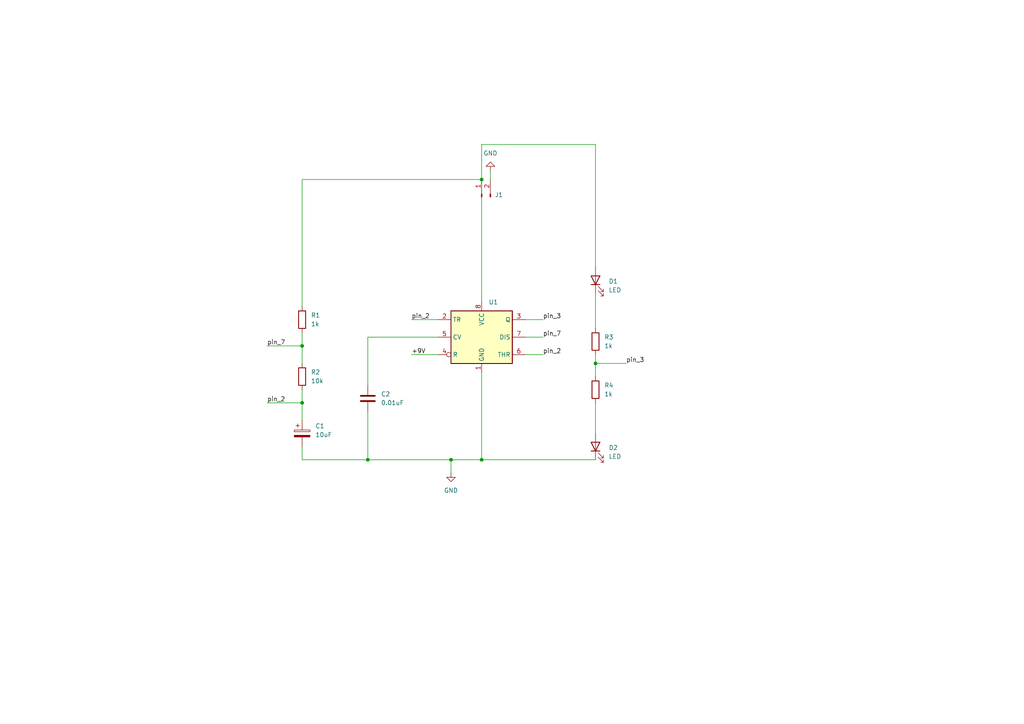
<source format=kicad_sch>
(kicad_sch (version 20211123) (generator eeschema)
  (paper "A4")
  (lib_symbols
    (symbol "Connector:Conn_01x02_Male" (pin_names (offset 1.016) hide)
      (property "Reference" "J" (at 0 2.54 0))
      (property "Value" "Conn_01x02_Male" (at 0 -5.08 0))
      (symbol "Conn_01x02_Male_1_1"
        (polyline (pts (xy 1.27 -2.54) (xy 0.8636 -2.54)) (stroke (width 0.1524)))
        (polyline (pts (xy 1.27 0) (xy 0.8636 0)) (stroke (width 0.1524)))
        (rectangle (start 0.8636 -2.413) (end 0 -2.667) (stroke (width 0.1524)) (fill (type outline)))
        (rectangle (start 0.8636 0.127) (end 0 -0.127) (stroke (width 0.1524)) (fill (type outline)))
        (pin passive line (at 5.08 0 180) (length 3.81) (name "Pin_1") (number "1"))
        (pin passive line (at 5.08 -2.54 180) (length 3.81) (name "Pin_2") (number "2"))
      )
    )
    (symbol "Device:C" (pin_numbers hide) (pin_names (offset 0.254))
      (property "Reference" "C" (at 0.635 2.54 0))
      (property "Value" "C" (at 0.635 -2.54 0))
      (symbol "C_0_1"
        (polyline (pts (xy -2.032 -0.762) (xy 2.032 -0.762)) (stroke (width 0.508)))
        (polyline (pts (xy -2.032 0.762) (xy 2.032 0.762)) (stroke (width 0.508)))
      )
      (symbol "C_1_1"
        (pin passive line (at 0 3.81 270) (length 2.794) (name "~") (number "1"))
        (pin passive line (at 0 -3.81 90) (length 2.794) (name "~") (number "2"))
      )
    )
    (symbol "Device:C_Polarized" (pin_numbers hide) (pin_names (offset 0.254))
      (property "Reference" "C" (at 0.635 2.54 0))
      (property "Value" "C_Polarized" (at 0.635 -2.54 0))
      (symbol "C_Polarized_0_1"
        (rectangle (start -2.286 0.508) (end 2.286 1.016))
        (polyline (pts (xy -1.778 2.286) (xy -0.762 2.286)))
        (polyline (pts (xy -1.27 2.794) (xy -1.27 1.778)))
        (rectangle (start 2.286 -0.508) (end -2.286 -1.016) (fill (type outline)))
      )
      (symbol "C_Polarized_1_1"
        (pin passive line (at 0 3.81 270) (length 2.794) (name "~") (number "1"))
        (pin passive line (at 0 -3.81 90) (length 2.794) (name "~") (number "2"))
      )
    )
    (symbol "Device:LED" (pin_numbers hide) (pin_names (offset 1.016) hide)
      (property "Reference" "D" (at 0 2.54 0))
      (property "Value" "LED" (at 0 -2.54 0))
      (symbol "LED_0_1"
        (polyline (pts (xy -1.27 -1.27) (xy -1.27 1.27)) (stroke (width 0.254)))
        (polyline (pts (xy -1.27 0) (xy 1.27 0)))
        (polyline (pts (xy 1.27 -1.27) (xy 1.27 1.27) (xy -1.27 0) (xy 1.27 -1.27)) (stroke (width 0.254)))
        (polyline (pts (xy -3.048 -0.762) (xy -4.572 -2.286) (xy -3.81 -2.286) (xy -4.572 -2.286) (xy -4.572 -1.524)))
        (polyline (pts (xy -1.778 -0.762) (xy -3.302 -2.286) (xy -2.54 -2.286) (xy -3.302 -2.286) (xy -3.302 -1.524)))
      )
      (symbol "LED_1_1"
        (pin passive line (at -3.81 0 0) (length 2.54) (name "K") (number "1"))
        (pin passive line (at 3.81 0 180) (length 2.54) (name "A") (number "2"))
      )
    )
    (symbol "Device:R" (pin_numbers hide) (pin_names (offset 0))
      (property "Reference" "R" (at 2.032 0 90))
      (property "Value" "R" (at 0 0 90))
      (symbol "R_0_1"
        (rectangle (start -1.016 -2.54) (end 1.016 2.54) (stroke (width 0.254)))
      )
      (symbol "R_1_1"
        (pin passive line (at 0 3.81 270) (length 1.27) (name "~") (number "1"))
        (pin passive line (at 0 -3.81 90) (length 1.27) (name "~") (number "2"))
      )
    )
    (symbol "Timer:NE555D"
      (property "Reference" "U" (at -10.16 8.89 0))
      (property "Value" "NE555D" (at 2.54 8.89 0))
      (symbol "NE555D_0_0"
        (pin power_in line (at 0 -10.16 90) (length 2.54) (name "GND") (number "1"))
        (pin power_in line (at 0 10.16 270) (length 2.54) (name "VCC") (number "8"))
      )
      (symbol "NE555D_0_1"
        (rectangle (start -8.89 -7.62) (end 8.89 7.62) (stroke (width 0.254)) (fill (type background)))
        (rectangle (start -8.89 -7.62) (end 8.89 7.62) (stroke (width 0.254)) (fill (type background)))
      )
      (symbol "NE555D_1_1"
        (pin input line (at -12.7 5.08 0) (length 3.81) (name "TR") (number "2"))
        (pin output line (at 12.7 5.08 180) (length 3.81) (name "Q") (number "3"))
        (pin input inverted (at -12.7 -5.08 0) (length 3.81) (name "R") (number "4"))
        (pin input line (at -12.7 0 0) (length 3.81) (name "CV") (number "5"))
        (pin input line (at 12.7 -5.08 180) (length 3.81) (name "THR") (number "6"))
        (pin input line (at 12.7 0 180) (length 3.81) (name "DIS") (number "7"))
      )
    )
    (symbol "power:GND" (power) (pin_names (offset 0))
      (property "Value" "GND" (at 0 -3.81 0))
      (symbol "GND_0_1"
        (polyline (pts (xy 0 0) (xy 0 -1.27) (xy 1.27 -1.27) (xy 0 -2.54) (xy -1.27 -1.27) (xy 0 -1.27)))
      )
      (symbol "GND_1_1"
        (pin power_in line (at 0 0 270) (length 0) hide (name "GND") (number "1"))
      )
    )
  )
  (junction (at 139.7 52.07))
  (junction (at 87.63 116.84))
  (junction (at 130.81 133.35))
  (junction (at 172.72 105.41))
  (junction (at 87.63 100.33))
  (junction (at 139.7 133.35))
  (junction (at 106.68 133.35))
  (wire (pts (xy 139.7 41.91) (xy 139.7 52.07)))
  (wire (pts (xy 119.38 102.87) (xy 127 102.87)))
  (wire (pts (xy 130.81 133.35) (xy 139.7 133.35)))
  (wire (pts (xy 87.63 113.03) (xy 87.63 116.84)))
  (wire (pts (xy 172.72 105.41) (xy 181.61 105.41)))
  (wire (pts (xy 139.7 133.35) (xy 172.72 133.35)))
  (wire (pts (xy 87.63 133.35) (xy 106.68 133.35)))
  (wire (pts (xy 172.72 116.84) (xy 172.72 125.73)))
  (wire (pts (xy 172.72 105.41) (xy 172.72 109.22)))
  (wire (pts (xy 172.72 41.91) (xy 172.72 77.47)))
  (wire (pts (xy 106.68 97.79) (xy 127 97.79)))
  (wire (pts (xy 152.4 102.87) (xy 157.48 102.87)))
  (wire (pts (xy 87.63 52.07) (xy 87.63 88.9)))
  (wire (pts (xy 87.63 116.84) (xy 87.63 121.92)))
  (wire (pts (xy 152.4 97.79) (xy 157.48 97.79)))
  (wire (pts (xy 172.72 85.09) (xy 172.72 95.25)))
  (wire (pts (xy 87.63 52.07) (xy 139.7 52.07)))
  (wire (pts (xy 87.63 100.33) (xy 87.63 105.41)))
  (wire (pts (xy 139.7 133.35) (xy 139.7 107.95)))
  (wire (pts (xy 172.72 102.87) (xy 172.72 105.41)))
  (wire (pts (xy 87.63 129.54) (xy 87.63 133.35)))
  (wire (pts (xy 77.47 116.84) (xy 87.63 116.84)))
  (wire (pts (xy 142.24 49.53) (xy 142.24 52.07)))
  (wire (pts (xy 139.7 52.07) (xy 139.7 87.63)))
  (wire (pts (xy 77.47 100.33) (xy 87.63 100.33)))
  (wire (pts (xy 130.81 133.35) (xy 106.68 133.35)))
  (wire (pts (xy 152.4 92.71) (xy 157.48 92.71)))
  (wire (pts (xy 119.38 92.71) (xy 127 92.71)))
  (wire (pts (xy 172.72 41.91) (xy 139.7 41.91)))
  (wire (pts (xy 106.68 133.35) (xy 106.68 119.38)))
  (wire (pts (xy 106.68 111.76) (xy 106.68 97.79)))
  (wire (pts (xy 87.63 96.52) (xy 87.63 100.33)))
  (wire (pts (xy 130.81 137.16) (xy 130.81 133.35)))
  (label "pin_3" (at 157.48 92.71 0))
  (label "+9V" (at 119.38 102.87 0))
  (label "pin_2" (at 157.48 102.87 0))
  (label "pin_2" (at 119.38 92.71 0))
  (label "pin_7" (at 157.48 97.79 0))
  (label "pin_7" (at 77.47 100.33 0))
  (label "pin_2" (at 77.47 116.84 0))
  (label "pin_3" (at 181.61 105.41 0))
  (symbol (lib_id "Device:R") (at 87.63 92.71 0) (unit 1)
    (property "Reference" "R1" (at 90.17 91.4399 0) (effects (justify left)))
    (property "Value" "1k" (at 90.17 93.9799 0) (effects (justify left)))
  )
  (symbol (lib_id "Timer:NE555D") (at 139.7 97.79 0) (unit 1)
    (property "Reference" "U1" (at 141.7194 87.63 0) (effects (justify left)))
    (property "Value" "NE555D" (effects hide))
    (property "Footprint" "Package_SO:SOIC-8_3.9x4.9mm_P1.27mm" (effects hide))
    (property "Datasheet" "http://www.ti.com/lit/ds/symlink/ne555.pdf" (effects hide))
  )
  (symbol (lib_id "Device:LED") (at 172.72 81.28 90) (unit 1)
    (property "Reference" "D1" (at 176.53 81.5974 90) (effects (justify right)))
    (property "Value" "LED" (at 176.53 84.1374 90) (effects (justify right)))
  )
  (symbol (lib_id "Device:C") (at 106.68 115.57 0) (unit 1)
    (property "Reference" "C2" (at 110.49 114.2999 0) (effects (justify left)))
    (property "Value" "0.01uF" (at 110.49 116.8399 0) (effects (justify left)))
  )
  (symbol (lib_id "Device:R") (at 172.72 113.03 0) (unit 1)
    (property "Reference" "R4" (at 175.26 111.7599 0) (effects (justify left)))
    (property "Value" "1k" (at 175.26 114.2999 0) (effects (justify left)))
  )
  (symbol (lib_id "Device:C_Polarized") (at 87.63 125.73 0) (unit 1)
    (property "Reference" "C1" (at 91.44 123.5709 0) (effects (justify left)))
    (property "Value" "10uF" (at 91.44 126.1109 0) (effects (justify left)))
  )
  (symbol (lib_id "Connector:Conn_01x02_Male") (at 139.7 57.15 90) (unit 1)
    (property "Reference" "J1" (at 143.51 56.5149 90) (effects (justify right)))
    (property "Value" "Conn_01x02_Male" (effects hide))
  )
  (symbol (lib_id "Device:R") (at 172.72 99.06 0) (unit 1)
    (property "Reference" "R3" (at 175.26 97.7899 0) (effects (justify left)))
    (property "Value" "1k" (at 175.26 100.3299 0) (effects (justify left)))
  )
  (symbol (lib_id "power:GND") (at 142.24 49.53 180) (unit 1)
    (property "Reference" "#PWR?" (effects hide))
    (property "Value" "GND" (at 142.24 44.45 0))
  )
  (symbol (lib_id "power:GND") (at 130.81 137.16 0) (unit 1)
    (property "Reference" "#PWR?" (effects hide))
    (property "Value" "GND" (at 130.81 142.24 0))
  )
  (symbol (lib_id "Device:LED") (at 172.72 129.54 90) (unit 1)
    (property "Reference" "D2" (at 176.53 129.8574 90) (effects (justify right)))
    (property "Value" "LED" (at 176.53 132.3974 90) (effects (justify right)))
  )
  (symbol (lib_id "Device:R") (at 87.63 109.22 0) (unit 1)
    (property "Reference" "R2" (at 90.17 107.9499 0) (effects (justify left)))
    (property "Value" "10k" (at 90.17 110.4899 0) (effects (justify left)))
  )
)
</source>
